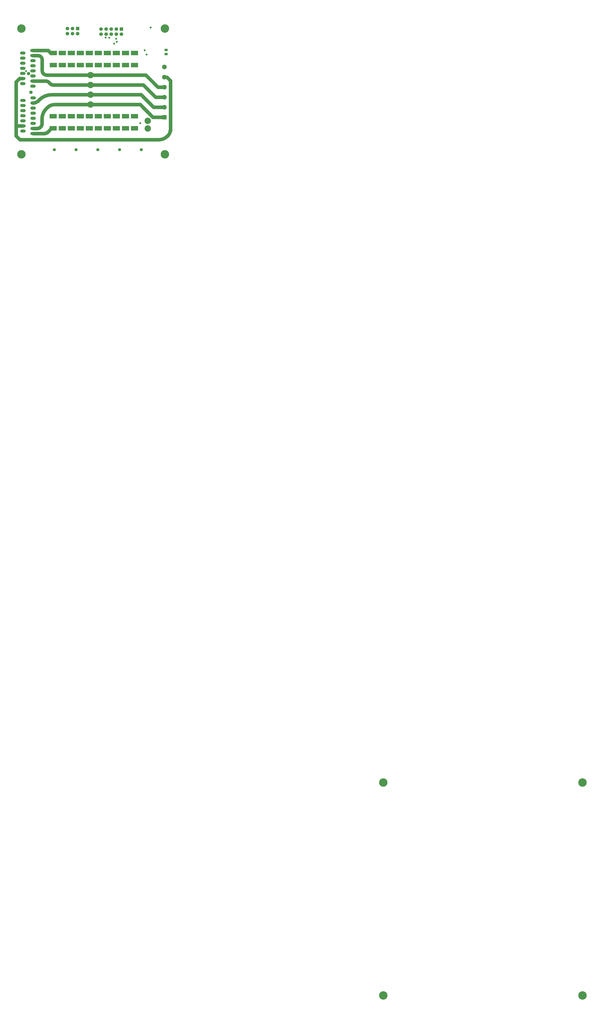
<source format=gts>
G04*
G04 #@! TF.GenerationSoftware,Altium Limited,Altium Designer,20.0.13 (296)*
G04*
G04 Layer_Color=8388736*
%FSLAX44Y44*%
%MOMM*%
G71*
G01*
G75*
%ADD16C,1.8000*%
%ADD17R,3.6032X2.2032*%
%ADD18R,1.6032X1.2032*%
%ADD19O,2.7432X1.4732*%
%ADD20R,1.5200X1.5200*%
%ADD21C,1.5200*%
%ADD22C,1.8082*%
%ADD23R,1.8082X1.8082*%
%ADD24R,2.3032X2.3032*%
%ADD25C,2.3032*%
%ADD26C,1.0032*%
%ADD27C,3.2032*%
%ADD28C,1.7032*%
%ADD29C,4.2032*%
D16*
X267000Y433000D02*
G03*
X267966Y432600I966J966D01*
G01*
X1034000Y408000D02*
G03*
X1036000Y412828I-4828J4828D01*
G01*
X1026724Y388724D02*
G03*
X1034231Y406847I-18122J18122D01*
G01*
X979909Y364000D02*
G03*
X1017620Y379621I0J53332D01*
G01*
X442000Y418000D02*
G03*
X438586Y416586I0J-4828D01*
G01*
X408722Y394500D02*
G03*
X422000Y400000I0J18778D01*
G01*
X390050Y429050D02*
G03*
X395000Y441000I-11950J11950D01*
G01*
X373900Y419900D02*
G03*
X385850Y424850I0J16899D01*
G01*
X459103Y539000D02*
G03*
X421371Y523371I0J-53361D01*
G01*
X416000Y518000D02*
G03*
X395000Y467301I50699J-50699D01*
G01*
X444040Y588000D02*
G03*
X380809Y561809I0J-89422D01*
G01*
X353200Y546900D02*
G03*
X374880Y555880I0J30661D01*
G01*
X453000Y637000D02*
G03*
X453000Y637000I0J0D01*
G01*
X437050Y641950D02*
G03*
X449000Y637000I11950J11950D01*
G01*
X428180Y650820D02*
G03*
X415915Y655900I-12265J-12265D01*
G01*
X396000Y707485D02*
G03*
X417485Y686000I21485J0D01*
G01*
X396000Y762718D02*
G03*
X375817Y782900I-20182J0D01*
G01*
X267966Y432600D02*
X300000D01*
X1036000Y407846D02*
Y447000D01*
X1017620Y379621D02*
X1026724Y388724D01*
X422000Y400000D02*
X438586Y416586D01*
X350800Y394500D02*
X408722D01*
X385850Y424850D02*
X390050Y429050D01*
X416000Y518000D02*
X421371Y523371D01*
X374880Y555880D02*
X380809Y561809D01*
X350800Y546900D02*
X353200D01*
X449000Y637000D02*
X453000D01*
X428180Y650820D02*
X437050Y641950D01*
X1019000Y675000D02*
X1036000Y658000D01*
Y444000D02*
Y658000D01*
X285000Y364000D02*
X979909D01*
X266000Y383000D02*
X285000Y364000D01*
X266000Y383000D02*
Y652000D01*
X282600Y668600D01*
X299000D01*
X948000Y476000D02*
X1005000D01*
X885000Y539000D02*
X948000Y476000D01*
X459103Y539000D02*
X885000D01*
X395000Y441000D02*
Y467301D01*
X350800Y419900D02*
X373900D01*
X951000Y526000D02*
X1005000D01*
X889000Y588000D02*
X951000Y526000D01*
X444040Y588000D02*
X889000Y588000D01*
X973000Y626000D02*
X1005000D01*
X913000Y686000D02*
X973000Y626000D01*
X872000Y686000D02*
X913000D01*
X961000Y576000D02*
X1005000D01*
X900000Y637000D02*
X961000Y576000D01*
X453000Y637000D02*
X900000Y637000D01*
X349800Y655900D02*
X415915D01*
X417485Y686000D02*
X872000Y686000D01*
X396000Y707485D02*
Y762718D01*
X349800Y782900D02*
X375817D01*
X425700Y808300D02*
X438000Y796000D01*
X349800Y808300D02*
X425700D01*
D17*
X496000Y481000D02*
D03*
Y421000D02*
D03*
X811000Y481000D02*
D03*
Y421000D02*
D03*
X721000Y481000D02*
D03*
Y421000D02*
D03*
X631000Y481000D02*
D03*
Y421000D02*
D03*
X451000Y481000D02*
D03*
Y421000D02*
D03*
X541000Y481000D02*
D03*
Y421000D02*
D03*
X586000Y481000D02*
D03*
Y421000D02*
D03*
X676000Y481000D02*
D03*
Y421000D02*
D03*
X766000Y481000D02*
D03*
Y421000D02*
D03*
X856000Y481000D02*
D03*
Y421000D02*
D03*
X496000Y796000D02*
D03*
Y736000D02*
D03*
X811000Y796000D02*
D03*
Y736000D02*
D03*
X721000Y796000D02*
D03*
Y736000D02*
D03*
X631000Y796000D02*
D03*
Y736000D02*
D03*
X451230Y796000D02*
D03*
Y736000D02*
D03*
X541000Y796000D02*
D03*
Y736000D02*
D03*
X586000Y796000D02*
D03*
Y736000D02*
D03*
X676000Y796000D02*
D03*
Y736000D02*
D03*
X766000Y796000D02*
D03*
Y736000D02*
D03*
X856000Y796000D02*
D03*
Y736000D02*
D03*
D18*
X1014000Y811000D02*
D03*
Y791000D02*
D03*
D19*
X299000Y719400D02*
D03*
X349800Y732100D02*
D03*
X299000Y744800D02*
D03*
X349800Y757500D02*
D03*
X299000Y770200D02*
D03*
X349800Y782900D02*
D03*
Y706700D02*
D03*
X299000Y694000D02*
D03*
X349800Y681300D02*
D03*
X299000Y668600D02*
D03*
X349800Y655900D02*
D03*
X299000Y795600D02*
D03*
X349800Y808300D02*
D03*
X299000Y643200D02*
D03*
X349800Y630500D02*
D03*
X300000Y483400D02*
D03*
X350800Y496100D02*
D03*
X300000Y508800D02*
D03*
X350800Y521500D02*
D03*
X300000Y534200D02*
D03*
X350800Y546900D02*
D03*
Y470700D02*
D03*
X300000Y458000D02*
D03*
X350800Y445300D02*
D03*
X300000Y432600D02*
D03*
X350800Y419900D02*
D03*
X300000Y559600D02*
D03*
X350800Y572300D02*
D03*
X300000Y407200D02*
D03*
X350800Y394500D02*
D03*
D20*
X457000Y364000D02*
D03*
X565250D02*
D03*
X673500D02*
D03*
X890000D02*
D03*
X781750D02*
D03*
D21*
X457000Y314000D02*
D03*
X565250D02*
D03*
X673500D02*
D03*
X890000D02*
D03*
X781750D02*
D03*
D22*
X522000Y892600D02*
D03*
Y918000D02*
D03*
X547400Y892600D02*
D03*
Y918000D02*
D03*
X572800Y892600D02*
D03*
X689600Y890000D02*
D03*
Y915400D02*
D03*
X715000Y890000D02*
D03*
Y915400D02*
D03*
X740400Y890000D02*
D03*
Y915400D02*
D03*
X765800Y890000D02*
D03*
Y915400D02*
D03*
X791200Y890000D02*
D03*
D23*
X572800Y918000D02*
D03*
X791200Y915400D02*
D03*
D24*
X1005000Y476000D02*
D03*
D25*
Y526000D02*
D03*
Y576000D02*
D03*
Y626000D02*
D03*
Y676000D02*
D03*
Y726000D02*
D03*
D26*
X755000Y842000D02*
D03*
X765000Y867000D02*
D03*
X768000Y852000D02*
D03*
X730000Y872000D02*
D03*
X712000Y873000D02*
D03*
X315000Y706000D02*
D03*
X937000Y923000D02*
D03*
X907000Y809000D02*
D03*
X916000Y788000D02*
D03*
X885000Y446000D02*
D03*
D27*
X922000Y458000D02*
D03*
Y420000D02*
D03*
X637000Y588000D02*
D03*
Y539000D02*
D03*
Y637000D02*
D03*
Y686000D02*
D03*
D28*
X328000Y693000D02*
D03*
X340000Y600000D02*
D03*
D29*
X292000Y291000D02*
D03*
Y918000D02*
D03*
X1008000D02*
D03*
Y291000D02*
D03*
X2096500Y-2839250D02*
D03*
X3089750D02*
D03*
Y-3899500D02*
D03*
X2096500D02*
D03*
M02*

</source>
